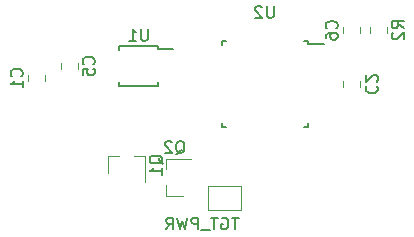
<source format=gbo>
G04 #@! TF.GenerationSoftware,KiCad,Pcbnew,5.1.2*
G04 #@! TF.CreationDate,2019-05-31T13:26:26+02:00*
G04 #@! TF.ProjectId,solarcampi,736f6c61-7263-4616-9d70-692e6b696361,1.0.8*
G04 #@! TF.SameCoordinates,Original*
G04 #@! TF.FileFunction,Legend,Bot*
G04 #@! TF.FilePolarity,Positive*
%FSLAX46Y46*%
G04 Gerber Fmt 4.6, Leading zero omitted, Abs format (unit mm)*
G04 Created by KiCad (PCBNEW 5.1.2) date 2019-05-31 13:26:26*
%MOMM*%
%LPD*%
G04 APERTURE LIST*
%ADD10C,0.150000*%
%ADD11C,0.120000*%
G04 APERTURE END LIST*
D10*
X99637000Y-59367000D02*
X99637000Y-59592000D01*
X92387000Y-59367000D02*
X92387000Y-59692000D01*
X92387000Y-66617000D02*
X92387000Y-66292000D01*
X99637000Y-66617000D02*
X99637000Y-66292000D01*
X99637000Y-59367000D02*
X99312000Y-59367000D01*
X99637000Y-66617000D02*
X99312000Y-66617000D01*
X92387000Y-66617000D02*
X92712000Y-66617000D01*
X92387000Y-59367000D02*
X92712000Y-59367000D01*
X99637000Y-59592000D02*
X101062000Y-59592000D01*
X87019000Y-60018000D02*
X88244000Y-60018000D01*
X87019000Y-63143000D02*
X83669000Y-63143000D01*
X87019000Y-59793000D02*
X83669000Y-59793000D01*
X87019000Y-63143000D02*
X87019000Y-62843000D01*
X83669000Y-63143000D02*
X83669000Y-62843000D01*
X83669000Y-59793000D02*
X83669000Y-60093000D01*
X87019000Y-59793000D02*
X87019000Y-60018000D01*
D11*
X104954000Y-58681252D02*
X104954000Y-58158748D01*
X106374000Y-58681252D02*
X106374000Y-58158748D01*
X87632000Y-72446000D02*
X89092000Y-72446000D01*
X87632000Y-69286000D02*
X89792000Y-69286000D01*
X87632000Y-69286000D02*
X87632000Y-70216000D01*
X87632000Y-72446000D02*
X87632000Y-71516000D01*
X82748000Y-69090000D02*
X82748000Y-70550000D01*
X85908000Y-69090000D02*
X85908000Y-71250000D01*
X85908000Y-69090000D02*
X84978000Y-69090000D01*
X82748000Y-69090000D02*
X83678000Y-69090000D01*
X91198000Y-73644000D02*
X93998000Y-73644000D01*
X93998000Y-73644000D02*
X93998000Y-71644000D01*
X93998000Y-71644000D02*
X91198000Y-71644000D01*
X91198000Y-71644000D02*
X91198000Y-73644000D01*
X104088000Y-58167748D02*
X104088000Y-58690252D01*
X102668000Y-58167748D02*
X102668000Y-58690252D01*
X78792000Y-61729252D02*
X78792000Y-61206748D01*
X80212000Y-61729252D02*
X80212000Y-61206748D01*
X102668000Y-63253252D02*
X102668000Y-62730748D01*
X104088000Y-63253252D02*
X104088000Y-62730748D01*
X77418000Y-62222748D02*
X77418000Y-62745252D01*
X75998000Y-62222748D02*
X75998000Y-62745252D01*
D10*
X96773904Y-56394380D02*
X96773904Y-57203904D01*
X96726285Y-57299142D01*
X96678666Y-57346761D01*
X96583428Y-57394380D01*
X96392952Y-57394380D01*
X96297714Y-57346761D01*
X96250095Y-57299142D01*
X96202476Y-57203904D01*
X96202476Y-56394380D01*
X95773904Y-56489619D02*
X95726285Y-56442000D01*
X95631047Y-56394380D01*
X95392952Y-56394380D01*
X95297714Y-56442000D01*
X95250095Y-56489619D01*
X95202476Y-56584857D01*
X95202476Y-56680095D01*
X95250095Y-56822952D01*
X95821523Y-57394380D01*
X95202476Y-57394380D01*
X86105904Y-58320380D02*
X86105904Y-59129904D01*
X86058285Y-59225142D01*
X86010666Y-59272761D01*
X85915428Y-59320380D01*
X85724952Y-59320380D01*
X85629714Y-59272761D01*
X85582095Y-59225142D01*
X85534476Y-59129904D01*
X85534476Y-58320380D01*
X84534476Y-59320380D02*
X85105904Y-59320380D01*
X84820190Y-59320380D02*
X84820190Y-58320380D01*
X84915428Y-58463238D01*
X85010666Y-58558476D01*
X85105904Y-58606095D01*
X107766380Y-58253333D02*
X107290190Y-57920000D01*
X107766380Y-57681904D02*
X106766380Y-57681904D01*
X106766380Y-58062857D01*
X106814000Y-58158095D01*
X106861619Y-58205714D01*
X106956857Y-58253333D01*
X107099714Y-58253333D01*
X107194952Y-58205714D01*
X107242571Y-58158095D01*
X107290190Y-58062857D01*
X107290190Y-57681904D01*
X106861619Y-58634285D02*
X106814000Y-58681904D01*
X106766380Y-58777142D01*
X106766380Y-59015238D01*
X106814000Y-59110476D01*
X106861619Y-59158095D01*
X106956857Y-59205714D01*
X107052095Y-59205714D01*
X107194952Y-59158095D01*
X107766380Y-58586666D01*
X107766380Y-59205714D01*
X88487238Y-68913619D02*
X88582476Y-68866000D01*
X88677714Y-68770761D01*
X88820571Y-68627904D01*
X88915809Y-68580285D01*
X89011047Y-68580285D01*
X88963428Y-68818380D02*
X89058666Y-68770761D01*
X89153904Y-68675523D01*
X89201523Y-68485047D01*
X89201523Y-68151714D01*
X89153904Y-67961238D01*
X89058666Y-67866000D01*
X88963428Y-67818380D01*
X88772952Y-67818380D01*
X88677714Y-67866000D01*
X88582476Y-67961238D01*
X88534857Y-68151714D01*
X88534857Y-68485047D01*
X88582476Y-68675523D01*
X88677714Y-68770761D01*
X88772952Y-68818380D01*
X88963428Y-68818380D01*
X88153904Y-67913619D02*
X88106285Y-67866000D01*
X88011047Y-67818380D01*
X87772952Y-67818380D01*
X87677714Y-67866000D01*
X87630095Y-67913619D01*
X87582476Y-68008857D01*
X87582476Y-68104095D01*
X87630095Y-68246952D01*
X88201523Y-68818380D01*
X87582476Y-68818380D01*
X87375619Y-69754761D02*
X87328000Y-69659523D01*
X87232761Y-69564285D01*
X87089904Y-69421428D01*
X87042285Y-69326190D01*
X87042285Y-69230952D01*
X87280380Y-69278571D02*
X87232761Y-69183333D01*
X87137523Y-69088095D01*
X86947047Y-69040476D01*
X86613714Y-69040476D01*
X86423238Y-69088095D01*
X86328000Y-69183333D01*
X86280380Y-69278571D01*
X86280380Y-69469047D01*
X86328000Y-69564285D01*
X86423238Y-69659523D01*
X86613714Y-69707142D01*
X86947047Y-69707142D01*
X87137523Y-69659523D01*
X87232761Y-69564285D01*
X87280380Y-69469047D01*
X87280380Y-69278571D01*
X87280380Y-70659523D02*
X87280380Y-70088095D01*
X87280380Y-70373809D02*
X86280380Y-70373809D01*
X86423238Y-70278571D01*
X86518476Y-70183333D01*
X86566095Y-70088095D01*
X93799047Y-74282380D02*
X93227619Y-74282380D01*
X93513333Y-75282380D02*
X93513333Y-74282380D01*
X92370476Y-74330000D02*
X92465714Y-74282380D01*
X92608571Y-74282380D01*
X92751428Y-74330000D01*
X92846666Y-74425238D01*
X92894285Y-74520476D01*
X92941904Y-74710952D01*
X92941904Y-74853809D01*
X92894285Y-75044285D01*
X92846666Y-75139523D01*
X92751428Y-75234761D01*
X92608571Y-75282380D01*
X92513333Y-75282380D01*
X92370476Y-75234761D01*
X92322857Y-75187142D01*
X92322857Y-74853809D01*
X92513333Y-74853809D01*
X92037142Y-74282380D02*
X91465714Y-74282380D01*
X91751428Y-75282380D02*
X91751428Y-74282380D01*
X91370476Y-75377619D02*
X90608571Y-75377619D01*
X90370476Y-75282380D02*
X90370476Y-74282380D01*
X89989523Y-74282380D01*
X89894285Y-74330000D01*
X89846666Y-74377619D01*
X89799047Y-74472857D01*
X89799047Y-74615714D01*
X89846666Y-74710952D01*
X89894285Y-74758571D01*
X89989523Y-74806190D01*
X90370476Y-74806190D01*
X89465714Y-74282380D02*
X89227619Y-75282380D01*
X89037142Y-74568095D01*
X88846666Y-75282380D01*
X88608571Y-74282380D01*
X87656190Y-75282380D02*
X87989523Y-74806190D01*
X88227619Y-75282380D02*
X88227619Y-74282380D01*
X87846666Y-74282380D01*
X87751428Y-74330000D01*
X87703809Y-74377619D01*
X87656190Y-74472857D01*
X87656190Y-74615714D01*
X87703809Y-74710952D01*
X87751428Y-74758571D01*
X87846666Y-74806190D01*
X88227619Y-74806190D01*
X102085142Y-58262333D02*
X102132761Y-58214714D01*
X102180380Y-58071857D01*
X102180380Y-57976619D01*
X102132761Y-57833761D01*
X102037523Y-57738523D01*
X101942285Y-57690904D01*
X101751809Y-57643285D01*
X101608952Y-57643285D01*
X101418476Y-57690904D01*
X101323238Y-57738523D01*
X101228000Y-57833761D01*
X101180380Y-57976619D01*
X101180380Y-58071857D01*
X101228000Y-58214714D01*
X101275619Y-58262333D01*
X101180380Y-59119476D02*
X101180380Y-58929000D01*
X101228000Y-58833761D01*
X101275619Y-58786142D01*
X101418476Y-58690904D01*
X101608952Y-58643285D01*
X101989904Y-58643285D01*
X102085142Y-58690904D01*
X102132761Y-58738523D01*
X102180380Y-58833761D01*
X102180380Y-59024238D01*
X102132761Y-59119476D01*
X102085142Y-59167095D01*
X101989904Y-59214714D01*
X101751809Y-59214714D01*
X101656571Y-59167095D01*
X101608952Y-59119476D01*
X101561333Y-59024238D01*
X101561333Y-58833761D01*
X101608952Y-58738523D01*
X101656571Y-58690904D01*
X101751809Y-58643285D01*
X81509142Y-61301333D02*
X81556761Y-61253714D01*
X81604380Y-61110857D01*
X81604380Y-61015619D01*
X81556761Y-60872761D01*
X81461523Y-60777523D01*
X81366285Y-60729904D01*
X81175809Y-60682285D01*
X81032952Y-60682285D01*
X80842476Y-60729904D01*
X80747238Y-60777523D01*
X80652000Y-60872761D01*
X80604380Y-61015619D01*
X80604380Y-61110857D01*
X80652000Y-61253714D01*
X80699619Y-61301333D01*
X80604380Y-62206095D02*
X80604380Y-61729904D01*
X81080571Y-61682285D01*
X81032952Y-61729904D01*
X80985333Y-61825142D01*
X80985333Y-62063238D01*
X81032952Y-62158476D01*
X81080571Y-62206095D01*
X81175809Y-62253714D01*
X81413904Y-62253714D01*
X81509142Y-62206095D01*
X81556761Y-62158476D01*
X81604380Y-62063238D01*
X81604380Y-61825142D01*
X81556761Y-61729904D01*
X81509142Y-61682285D01*
X104670857Y-63158666D02*
X104623238Y-63206285D01*
X104575619Y-63349142D01*
X104575619Y-63444380D01*
X104623238Y-63587238D01*
X104718476Y-63682476D01*
X104813714Y-63730095D01*
X105004190Y-63777714D01*
X105147047Y-63777714D01*
X105337523Y-63730095D01*
X105432761Y-63682476D01*
X105528000Y-63587238D01*
X105575619Y-63444380D01*
X105575619Y-63349142D01*
X105528000Y-63206285D01*
X105480380Y-63158666D01*
X105480380Y-62777714D02*
X105528000Y-62730095D01*
X105575619Y-62634857D01*
X105575619Y-62396761D01*
X105528000Y-62301523D01*
X105480380Y-62253904D01*
X105385142Y-62206285D01*
X105289904Y-62206285D01*
X105147047Y-62253904D01*
X104575619Y-62825333D01*
X104575619Y-62206285D01*
X75415142Y-62317333D02*
X75462761Y-62269714D01*
X75510380Y-62126857D01*
X75510380Y-62031619D01*
X75462761Y-61888761D01*
X75367523Y-61793523D01*
X75272285Y-61745904D01*
X75081809Y-61698285D01*
X74938952Y-61698285D01*
X74748476Y-61745904D01*
X74653238Y-61793523D01*
X74558000Y-61888761D01*
X74510380Y-62031619D01*
X74510380Y-62126857D01*
X74558000Y-62269714D01*
X74605619Y-62317333D01*
X75510380Y-63269714D02*
X75510380Y-62698285D01*
X75510380Y-62984000D02*
X74510380Y-62984000D01*
X74653238Y-62888761D01*
X74748476Y-62793523D01*
X74796095Y-62698285D01*
M02*

</source>
